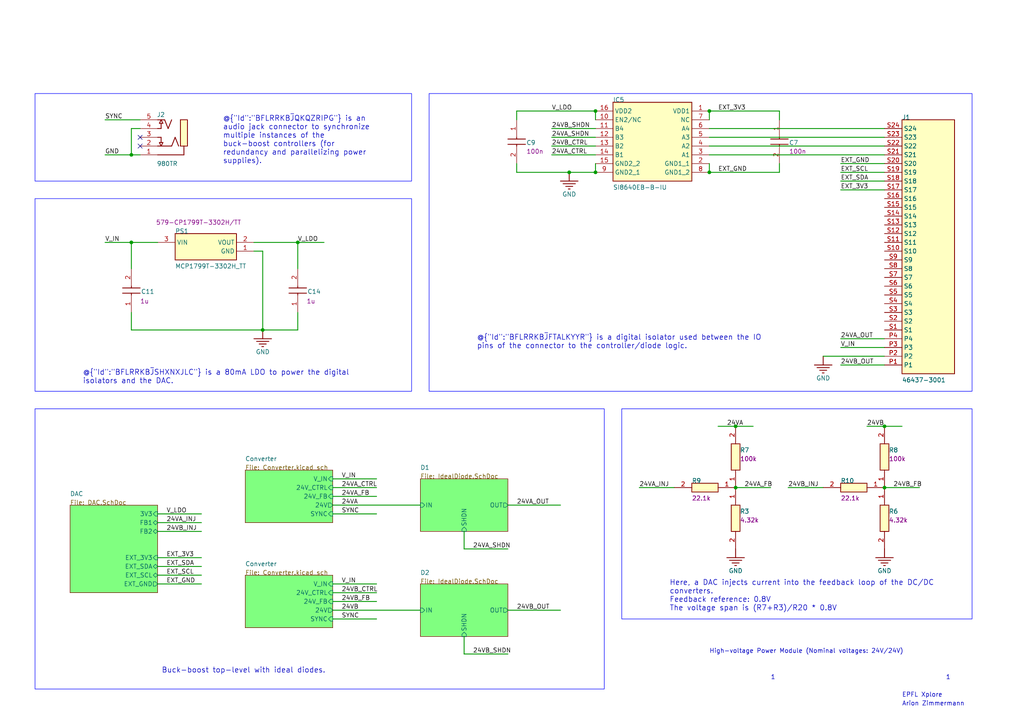
<source format=kicad_sch>
(kicad_sch (version 20230121) (generator eeschema)
  (paper "A4")
  (lib_symbols
    (symbol "Module-altium-import:GND_Style4" (power)
      (property "Reference" "#PWR" (at 0 0 0))
      (property "Value" "GND" (at 0 6.35 0))
      (symbol "GND_Style4_0_0"
        (polyline (pts (xy -2.54 -2.54) (xy 2.54 -2.54)) (stroke (width 0.254)))
        (polyline (pts (xy -1.778 -3.302) (xy 1.778 -3.302)) (stroke (width 0.254)))
        (polyline (pts (xy -1.016 -4.064) (xy 1.016 -4.064)) (stroke (width 0.254)))
        (polyline (pts (xy -0.254 -4.826) (xy 0.254 -4.826)) (stroke (width 0.254)))
        (polyline (pts (xy 0 0) (xy 0 -2.54)) (stroke (width 0.254)))
        (pin power_in line (at 0 0 0) (length 0) hide (name "GND") (number ""))
      )
    )
    (symbol "Module-altium-import:root_0_MCP1799T-3302H_TT"
      (symbol "root_0_MCP1799T-3302H_TT_1_0"
        (rectangle (start 22.86 2.54) (end 5.08 -5.08) (stroke (width 0.254)) (fill (type background)))
        (pin passive line (at 27.94 -2.54 180) (length 5.08) (name "GND") (number "1"))
        (pin passive line (at 27.94 0 180) (length 5.08) (name "VOUT") (number "2"))
        (pin passive line (at 0 0 0) (length 5.08) (name "VIN") (number "3"))
      )
    )
    (symbol "Module-altium-import:root_0_SI8640EB-B-IU"
      (symbol "root_0_SI8640EB-B-IU_1_0"
        (rectangle (start 27.94 2.54) (end 5.08 -20.32) (stroke (width 0.254)) (fill (type background)))
        (pin passive line (at 33.02 0 180) (length 5.08) (name "VDD1") (number "1"))
        (pin passive line (at 0 -2.54 0) (length 5.08) (name "EN2/NC") (number "10"))
        (pin passive line (at 0 -5.08 0) (length 5.08) (name "B4") (number "11"))
        (pin passive line (at 0 -7.62 0) (length 5.08) (name "B3") (number "12"))
        (pin passive line (at 0 -10.16 0) (length 5.08) (name "B2") (number "13"))
        (pin passive line (at 0 -12.7 0) (length 5.08) (name "B1") (number "14"))
        (pin passive line (at 0 -15.24 0) (length 5.08) (name "GND2_2") (number "15"))
        (pin passive line (at 0 0 0) (length 5.08) (name "VDD2") (number "16"))
        (pin passive line (at 33.02 -15.24 180) (length 5.08) (name "GND1_1") (number "2"))
        (pin passive line (at 33.02 -12.7 180) (length 5.08) (name "A1") (number "3"))
        (pin passive line (at 33.02 -10.16 180) (length 5.08) (name "A2") (number "4"))
        (pin passive line (at 33.02 -7.62 180) (length 5.08) (name "A3") (number "5"))
        (pin passive line (at 33.02 -5.08 180) (length 5.08) (name "A4") (number "6"))
        (pin passive line (at 33.02 -2.54 180) (length 5.08) (name "NC") (number "7"))
        (pin passive line (at 33.02 -17.78 180) (length 5.08) (name "GND1_2") (number "8"))
        (pin passive line (at 0 -17.78 0) (length 5.08) (name "GND2_1") (number "9"))
      )
    )
    (symbol "Module-altium-import:root_1_C1206C105K5RAC"
      (symbol "root_1_C1206C105K5RAC_1_0"
        (polyline (pts (xy -2.54 5.588) (xy 2.54 5.588)) (stroke (width 0.254)))
        (polyline (pts (xy -2.54 7.112) (xy 2.54 7.112)) (stroke (width 0.254)))
        (polyline (pts (xy 0 5.08) (xy 0 5.588)) (stroke (width 0.254)))
        (polyline (pts (xy 0 7.112) (xy 0 7.62)) (stroke (width 0.254)))
        (pin passive line (at 0 0 90) (length 5.08) (name "1") (number "1"))
        (pin passive line (at 0 12.7 270) (length 5.08) (name "2") (number "2"))
      )
    )
    (symbol "Module-altium-import:root_1_CRCW0603100KFKEAC"
      (symbol "root_1_CRCW0603100KFKEAC_1_0"
        (rectangle (start 1.27 12.7) (end -1.27 5.08) (stroke (width 0.254)) (fill (type background)))
        (pin passive line (at 0 0 90) (length 5.08) (name "1") (number "1"))
        (pin passive line (at 0 17.78 270) (length 5.08) (name "2") (number "2"))
      )
    )
    (symbol "Module-altium-import:root_2_46437-3001"
      (symbol "root_2_46437-3001_1_0"
        (rectangle (start -5.08 106.68) (end -20.32 33.02) (stroke (width 0.254)) (fill (type background)))
        (pin passive line (at -25.4 35.56 0) (length 5.08) (name "P1") (number "P1"))
        (pin passive line (at -25.4 38.1 0) (length 5.08) (name "P2") (number "P2"))
        (pin passive line (at -25.4 40.64 0) (length 5.08) (name "P3") (number "P3"))
        (pin passive line (at -25.4 43.18 0) (length 5.08) (name "P4") (number "P4"))
        (pin passive line (at -25.4 45.72 0) (length 5.08) (name "S1") (number "S1"))
        (pin passive line (at -25.4 68.58 0) (length 5.08) (name "S10") (number "S10"))
        (pin passive line (at -25.4 71.12 0) (length 5.08) (name "S11") (number "S11"))
        (pin passive line (at -25.4 73.66 0) (length 5.08) (name "S12") (number "S12"))
        (pin passive line (at -25.4 76.2 0) (length 5.08) (name "S13") (number "S13"))
        (pin passive line (at -25.4 78.74 0) (length 5.08) (name "S14") (number "S14"))
        (pin passive line (at -25.4 81.28 0) (length 5.08) (name "S15") (number "S15"))
        (pin passive line (at -25.4 83.82 0) (length 5.08) (name "S16") (number "S16"))
        (pin passive line (at -25.4 86.36 0) (length 5.08) (name "S17") (number "S17"))
        (pin passive line (at -25.4 88.9 0) (length 5.08) (name "S18") (number "S18"))
        (pin passive line (at -25.4 91.44 0) (length 5.08) (name "S19") (number "S19"))
        (pin passive line (at -25.4 48.26 0) (length 5.08) (name "S2") (number "S2"))
        (pin passive line (at -25.4 93.98 0) (length 5.08) (name "S20") (number "S20"))
        (pin passive line (at -25.4 96.52 0) (length 5.08) (name "S21") (number "S21"))
        (pin passive line (at -25.4 99.06 0) (length 5.08) (name "S22") (number "S22"))
        (pin passive line (at -25.4 101.6 0) (length 5.08) (name "S23") (number "S23"))
        (pin passive line (at -25.4 104.14 0) (length 5.08) (name "S24") (number "S24"))
        (pin passive line (at -25.4 50.8 0) (length 5.08) (name "S3") (number "S3"))
        (pin passive line (at -25.4 53.34 0) (length 5.08) (name "S4") (number "S4"))
        (pin passive line (at -25.4 55.88 0) (length 5.08) (name "S5") (number "S5"))
        (pin passive line (at -25.4 58.42 0) (length 5.08) (name "S6") (number "S6"))
        (pin passive line (at -25.4 60.96 0) (length 5.08) (name "S7") (number "S7"))
        (pin passive line (at -25.4 63.5 0) (length 5.08) (name "S8") (number "S8"))
        (pin passive line (at -25.4 66.04 0) (length 5.08) (name "S9") (number "S9"))
      )
    )
    (symbol "Module-altium-import:root_2_980TR"
      (symbol "root_2_980TR_1_0"
        (polyline (pts (xy 5.08 0) (xy 12.7 0)) (stroke (width 0.254)))
        (polyline (pts (xy 5.08 5.08) (xy 6.096 5.08)) (stroke (width 0.254)))
        (polyline (pts (xy 5.08 7.62) (xy 6.096 7.62)) (stroke (width 0.254)))
        (polyline (pts (xy 5.08 10.16) (xy 7.112 10.16)) (stroke (width 0.254)))
        (polyline (pts (xy 5.588 3.556) (xy 6.096 2.54)) (stroke (width 0.254)))
        (polyline (pts (xy 5.588 3.556) (xy 6.604 3.556)) (stroke (width 0.254)))
        (polyline (pts (xy 6.096 2.54) (xy 6.604 3.556)) (stroke (width 0.254)))
        (polyline (pts (xy 6.096 3.556) (xy 6.096 5.08)) (stroke (width 0.254)))
        (polyline (pts (xy 6.096 9.144) (xy 6.096 7.62)) (stroke (width 0.254)))
        (polyline (pts (xy 6.096 10.16) (xy 5.588 9.144)) (stroke (width 0.254)))
        (polyline (pts (xy 6.096 10.16) (xy 6.604 9.144)) (stroke (width 0.254)))
        (polyline (pts (xy 6.604 9.144) (xy 5.588 9.144)) (stroke (width 0.254)))
        (polyline (pts (xy 8.128 7.62) (xy 7.112 10.16)) (stroke (width 0.254)))
        (polyline (pts (xy 8.128 7.62) (xy 9.144 10.16)) (stroke (width 0.254)))
        (polyline (pts (xy 9.144 2.54) (xy 5.08 2.54)) (stroke (width 0.254)))
        (polyline (pts (xy 9.144 2.54) (xy 10.16 5.08)) (stroke (width 0.254)))
        (polyline (pts (xy 11.176 2.54) (xy 10.16 5.08)) (stroke (width 0.254)))
        (polyline (pts (xy 12.7 2.54) (xy 12.7 0)) (stroke (width 0.254)))
        (rectangle (start 13.716 10.16) (end 11.684 2.54) (stroke (width 0.254)) (fill (type background)))
        (pin passive line (at 0 0 0) (length 5.08) (name "1") (number "1"))
        (pin passive line (at 0 2.54 0) (length 5.08) (name "2") (number "2"))
        (pin passive line (at 0 5.08 0) (length 5.08) (name "3") (number "3"))
        (pin passive line (at 0 7.62 0) (length 5.08) (name "4") (number "4"))
        (pin passive line (at 0 10.16 0) (length 5.08) (name "5") (number "5"))
      )
    )
    (symbol "Module-altium-import:root_2_CRCW06037K50FKEB"
      (symbol "root_2_CRCW06037K50FKEB_1_0"
        (rectangle (start -5.08 1.27) (end -12.7 -1.27) (stroke (width 0.254)) (fill (type background)))
        (pin passive line (at 0 0 180) (length 5.08) (name "1") (number "1"))
        (pin passive line (at -17.78 0 0) (length 5.08) (name "2") (number "2"))
      )
    )
    (symbol "Module-altium-import:root_3_C0603C104K5RACTU"
      (symbol "root_3_C0603C104K5RACTU_1_0"
        (polyline (pts (xy 0 -7.112) (xy 0 -7.62)) (stroke (width 0.254)))
        (polyline (pts (xy 0 -5.08) (xy 0 -5.588)) (stroke (width 0.254)))
        (polyline (pts (xy 2.54 -7.112) (xy -2.54 -7.112)) (stroke (width 0.254)))
        (polyline (pts (xy 2.54 -5.588) (xy -2.54 -5.588)) (stroke (width 0.254)))
        (pin passive line (at 0 0 270) (length 5.08) (name "1") (number "1"))
        (pin passive line (at 0 -12.7 90) (length 5.08) (name "2") (number "2"))
      )
    )
    (symbol "Module-altium-import:root_3_CRCW06034K32FKEA"
      (symbol "root_3_CRCW06034K32FKEA_1_0"
        (rectangle (start 1.27 -5.08) (end -1.27 -12.7) (stroke (width 0.254)) (fill (type background)))
        (pin passive line (at 0 0 270) (length 5.08) (name "1") (number "1"))
        (pin passive line (at 0 -17.78 90) (length 5.08) (name "2") (number "2"))
      )
    )
  )
  (junction (at 205.74 32.2072))
  (junction (at 165.1 49.9872))
  (junction (at 76.2 95.7072))
  (junction (at 86.36 70.3072))
  (junction (at 213.36 141.4272))
  (junction (at 256.54 141.4272))
  (junction (at 205.74 49.9872))
  (junction (at 38.1 44.9072))
  (junction (at 38.1 70.3072))
  (junction (at 256.54 123.6472))
  (junction (at 172.72 32.2072))
  (junction (at 213.36 123.6472))
  (junction (at 172.72 49.9872))
  (no_connect (at 40.64 39.8272))
  (no_connect (at 40.64 42.3672))
  (wire (pts (xy 38.1 37.2872) (xy 38.1 44.9072)) (stroke (width 0.254)))
  (wire (pts (xy 256.54 123.6472) (xy 261.62 123.6472)) (stroke (width 0.254)))
  (wire (pts (xy 243.84 98.2472) (xy 256.54 98.2472)) (stroke (width 0.254)))
  (wire (pts (xy 228.6 141.4272) (xy 238.76 141.4272)) (stroke (width 0.254)))
  (wire (pts (xy 256.54 100.7872) (xy 243.84 100.7872)) (stroke (width 0.254)))
  (wire (pts (xy 160.02 44.9072) (xy 172.72 44.9072)) (stroke (width 0.254)))
  (wire (pts (xy 76.2 95.7072) (xy 86.36 95.7072)) (stroke (width 0.254)))
  (wire (pts (xy 86.36 70.3072) (xy 73.66 70.3072)) (stroke (width 0.254)))
  (wire (pts (xy 256.54 42.3672) (xy 205.74 42.3672)) (stroke (width 0.254)))
  (wire (pts (xy 58.42 169.3672) (xy 45.72 169.3672)) (stroke (width 0.254)))
  (wire (pts (xy 205.74 32.2072) (xy 226.06 32.2072)) (stroke (width 0.254)))
  (wire (pts (xy 86.36 70.3072) (xy 93.98 70.3072)) (stroke (width 0.254)))
  (wire (pts (xy 205.74 47.4472) (xy 205.74 49.9872)) (stroke (width 0.254)))
  (wire (pts (xy 38.1 44.9072) (xy 40.64 44.9072)) (stroke (width 0.254)))
  (wire (pts (xy 172.72 49.9872) (xy 165.1 49.9872)) (stroke (width 0.254)))
  (wire (pts (xy 45.72 161.7472) (xy 58.42 161.7472)) (stroke (width 0.254)))
  (wire (pts (xy 96.52 141.4272) (xy 109.22 141.4272)) (stroke (width 0.254)))
  (wire (pts (xy 76.2 72.8472) (xy 73.66 72.8472)) (stroke (width 0.254)))
  (wire (pts (xy 149.86 49.9872) (xy 165.1 49.9872)) (stroke (width 0.254)))
  (wire (pts (xy 266.7 141.4272) (xy 256.54 141.4272)) (stroke (width 0.254)))
  (wire (pts (xy 109.22 179.5272) (xy 96.52 179.5272)) (stroke (width 0.254)))
  (wire (pts (xy 162.56 146.5072) (xy 147.32 146.5072)) (stroke (width 0.254)))
  (wire (pts (xy 251.46 123.6472) (xy 256.54 123.6472)) (stroke (width 0.254)))
  (wire (pts (xy 109.22 143.9672) (xy 96.52 143.9672)) (stroke (width 0.254)))
  (wire (pts (xy 256.54 47.4472) (xy 243.84 47.4472)) (stroke (width 0.254)))
  (wire (pts (xy 172.72 32.2072) (xy 149.86 32.2072)) (stroke (width 0.254)))
  (wire (pts (xy 226.06 49.9872) (xy 226.06 47.4472)) (stroke (width 0.254)))
  (wire (pts (xy 134.62 159.2072) (xy 147.32 159.2072)) (stroke (width 0.254)))
  (wire (pts (xy 40.64 37.2872) (xy 38.1 37.2872)) (stroke (width 0.254)))
  (wire (pts (xy 38.1 95.7072) (xy 76.2 95.7072)) (stroke (width 0.254)))
  (wire (pts (xy 213.36 123.6472) (xy 218.44 123.6472)) (stroke (width 0.254)))
  (wire (pts (xy 96.52 176.9872) (xy 121.92 176.9872)) (stroke (width 0.254)))
  (wire (pts (xy 149.86 32.2072) (xy 149.86 34.7472)) (stroke (width 0.254)))
  (wire (pts (xy 256.54 39.8272) (xy 205.74 39.8272)) (stroke (width 0.254)))
  (wire (pts (xy 40.64 34.7472) (xy 30.48 34.7472)) (stroke (width 0.254)))
  (wire (pts (xy 208.28 123.6472) (xy 213.36 123.6472)) (stroke (width 0.254)))
  (wire (pts (xy 256.54 52.5272) (xy 243.84 52.5272)) (stroke (width 0.254)))
  (wire (pts (xy 38.1 77.9272) (xy 38.1 70.3072)) (stroke (width 0.254)))
  (wire (pts (xy 58.42 166.8272) (xy 45.72 166.8272)) (stroke (width 0.254)))
  (wire (pts (xy 30.48 70.3072) (xy 38.1 70.3072)) (stroke (width 0.254)))
  (wire (pts (xy 172.72 47.4472) (xy 172.72 49.9872)) (stroke (width 0.254)))
  (wire (pts (xy 96.52 149.0472) (xy 109.22 149.0472)) (stroke (width 0.254)))
  (wire (pts (xy 256.54 37.2872) (xy 205.74 37.2872)) (stroke (width 0.254)))
  (wire (pts (xy 96.52 146.5072) (xy 121.92 146.5072)) (stroke (width 0.254)))
  (wire (pts (xy 256.54 103.3272) (xy 238.76 103.3272)) (stroke (width 0.254)))
  (wire (pts (xy 160.02 39.8272) (xy 172.72 39.8272)) (stroke (width 0.254)))
  (wire (pts (xy 38.1 70.3072) (xy 45.72 70.3072)) (stroke (width 0.254)))
  (wire (pts (xy 149.86 47.4472) (xy 149.86 49.9872)) (stroke (width 0.254)))
  (wire (pts (xy 205.74 49.9872) (xy 226.06 49.9872)) (stroke (width 0.254)))
  (wire (pts (xy 162.56 176.9872) (xy 147.32 176.9872)) (stroke (width 0.254)))
  (wire (pts (xy 185.42 141.4272) (xy 195.58 141.4272)) (stroke (width 0.254)))
  (wire (pts (xy 205.74 34.7472) (xy 205.74 32.2072)) (stroke (width 0.254)))
  (wire (pts (xy 96.52 171.9072) (xy 109.22 171.9072)) (stroke (width 0.254)))
  (wire (pts (xy 38.1 44.9072) (xy 30.48 44.9072)) (stroke (width 0.254)))
  (wire (pts (xy 256.54 44.9072) (xy 205.74 44.9072)) (stroke (width 0.254)))
  (wire (pts (xy 86.36 95.7072) (xy 86.36 90.6272)) (stroke (width 0.254)))
  (wire (pts (xy 243.84 55.0672) (xy 256.54 55.0672)) (stroke (width 0.254)))
  (wire (pts (xy 76.2 95.7072) (xy 76.2 72.8472)) (stroke (width 0.254)))
  (wire (pts (xy 160.02 37.2872) (xy 172.72 37.2872)) (stroke (width 0.254)))
  (wire (pts (xy 226.06 32.2072) (xy 226.06 34.7472)) (stroke (width 0.254)))
  (wire (pts (xy 256.54 105.8672) (xy 243.84 105.8672)) (stroke (width 0.254)))
  (wire (pts (xy 134.62 154.1272) (xy 134.62 159.2072)) (stroke (width 0.254)))
  (wire (pts (xy 134.62 189.6872) (xy 134.62 184.6072)) (stroke (width 0.254)))
  (wire (pts (xy 58.42 149.0472) (xy 45.72 149.0472)) (stroke (width 0.254)))
  (wire (pts (xy 38.1 90.6272) (xy 38.1 95.7072)) (stroke (width 0.254)))
  (wire (pts (xy 213.36 141.4272) (xy 223.52 141.4272)) (stroke (width 0.254)))
  (wire (pts (xy 58.42 164.2872) (xy 45.72 164.2872)) (stroke (width 0.254)))
  (wire (pts (xy 160.02 42.3672) (xy 172.72 42.3672)) (stroke (width 0.254)))
  (wire (pts (xy 45.72 151.5872) (xy 58.42 151.5872)) (stroke (width 0.254)))
  (wire (pts (xy 243.84 49.9872) (xy 256.54 49.9872)) (stroke (width 0.254)))
  (wire (pts (xy 109.22 169.3672) (xy 96.52 169.3672)) (stroke (width 0.254)))
  (wire (pts (xy 45.72 154.1272) (xy 58.42 154.1272)) (stroke (width 0.254)))
  (wire (pts (xy 172.72 34.7472) (xy 172.72 32.2072)) (stroke (width 0.254)))
  (wire (pts (xy 109.22 138.8872) (xy 96.52 138.8872)) (stroke (width 0.254)))
  (wire (pts (xy 86.36 77.9272) (xy 86.36 70.3072)) (stroke (width 0.254)))
  (wire (pts (xy 109.22 174.4472) (xy 96.52 174.4472)) (stroke (width 0.254)))
  (wire (pts (xy 147.32 189.6872) (xy 134.62 189.6872)) (stroke (width 0.254)))
  (rectangle (start 175.26 118.5672) (end 10.16 199.8472) (stroke (width 0) (color 0 0 255 1)))
  (rectangle (start 281.94 27.1272) (end 124.46 113.4872) (stroke (width 0) (color 0 0 255 1)))
  (rectangle (start 119.38 57.6072) (end 10.16 113.4872) (stroke (width 0) (color 0 0 255 1)))
  (rectangle (start 281.94 118.5672) (end 180.34 179.5272) (stroke (width 0) (color 0 0 255 1)))
  (rectangle (start 119.38 27.1272) (end 10.16 52.5272) (stroke (width 0) (color 0 0 255 1)))
  (text_box "@{\"Id\":\"BFLRRKB~{J}SHXNXJLC\"} is a 80mA LDO to power the digital isolators and the DAC." (at 109.22 105.8672 0) (size -86.36 7.62) (stroke (width -0.0001) (color 0 0 0 1)) (effects (font (size 1.524 1.524)) (justify left top)))
  (text_box "@{\"Id\":\"BFLRRKB~{J}QKQZRIPG\"} is an audio jack connector to synchronize multiple instances of the buck-boost controllers (for redundancy and parallelizing power supplies)." (at 109.22 32.2072 0) (size -45.72 22.86) (stroke (width -0.0001) (color 0 0 0 1)) (effects (font (size 1.524 1.524)) (justify left top)))
  (text_box "Buck-boost top-level with ideal diodes." (at 132.08 192.2272 0) (size -86.36 7.62) (stroke (width -0.0001) (color 0 0 0 1)) (effects (font (size 1.524 1.524)) (justify left top)))
  (text_box "@{\"Id\":\"BFLRRKB~{J}FTALKYYR\"} is a digital isolator used between the IO pins of the connector to the controller/diode logic." (at 223.52 95.7072 0) (size -86.36 10.16) (stroke (width -0.0001) (color 0 0 0 1)) (effects (font (size 1.524 1.524)) (justify left top)))
  (text_box "Here, a DAC injects current into the feedback loop of the DC/DC converters.\nFeedback reference: 0.8V\nThe voltage span is (R7+R3)/R20 * 0.8V" (at 279.4 166.8272 0) (size -86.36 12.7) (stroke (width -0.0001) (color 0 0 0 1)) (effects (font (size 1.524 1.524)) (justify left top)))
  (text "1" (at 274.32 197.3072 0) (effects (font (size 1.27 1.27)) (justify left bottom)))
  (text "1" (at 223.52 197.3072 0) (effects (font (size 1.27 1.27)) (justify left bottom)))
  (text "EPFL Xplore" (at 261.62 202.3872 0) (effects (font (size 1.27 1.27)) (justify left bottom)))
  (text "High-voltage Power Module (Nominal voltages: 24V/24V)" (at 205.74 189.6872 0) (effects (font (size 1.27 1.27)) (justify left bottom)))
  (text "Arion Zimmermann" (at 261.62 204.9272 0) (effects (font (size 1.27 1.27)) (justify left bottom)))
  (label "EXT_3V3" (at 208.28 32.2072 180))
  (label "24VB_SHDN" (at 160.02 37.2872 180))
  (label "EXT_SCL" (at 243.84 49.9872 180))
  (label "24VA" (at 210.82 123.6472 180))
  (label "EXT_3V3" (at 48.26 161.7472 180))
  (label "24VA_OUT" (at 243.84 98.2472 180))
  (label "24VA_FB" (at 99.06 143.9672 180))
  (label "24VB_CTRL" (at 99.06 171.9072 180))
  (label "SYNC" (at 30.48 34.7472 180))
  (label "24VA_INJ" (at 48.26 151.5872 180))
  (label "24VB_OUT" (at 149.86 176.9872 180))
  (label "24VB" (at 99.06 176.9872 180))
  (label "24VB_CTRL" (at 160.02 42.3672 180))
  (label "EXT_GND" (at 48.26 169.3672 180))
  (label "24VA_SHDN" (at 160.02 39.8272 180))
  (label "24VB_INJ" (at 48.26 154.1272 180))
  (label "24VB_SHDN" (at 137.16 189.6872 180))
  (label "24VB" (at 251.46 123.6472 180))
  (label "V_LDO" (at 86.36 70.3072 180))
  (label "24VA_SHDN" (at 137.16 159.2072 180))
  (label "EXT_SCL" (at 48.26 166.8272 180))
  (label "24VB_INJ" (at 228.6 141.4272 180))
  (label "SYNC" (at 99.06 149.0472 180))
  (label "V_IN" (at 30.48 70.3072 180))
  (label "EXT_GND" (at 208.28 49.9872 180))
  (label "GND" (at 30.48 44.9072 180))
  (label "EXT_GND" (at 243.84 47.4472 180))
  (label "24VA_FB" (at 215.9 141.4272 180))
  (label "SYNC" (at 99.06 179.5272 180))
  (label "EXT_SDA" (at 48.26 164.2872 180))
  (label "V_IN" (at 243.84 100.7872 180))
  (label "24VA_INJ" (at 185.42 141.4272 180))
  (label "V_LDO" (at 48.26 149.0472 180))
  (label "24VB_OUT" (at 243.84 105.8672 180))
  (label "V_IN" (at 99.06 138.8872 180))
  (label "EXT_3V3" (at 243.84 55.0672 180))
  (label "24VB_FB" (at 99.06 174.4472 180))
  (label "24VA_OUT" (at 149.86 146.5072 180))
  (label "EXT_SDA" (at 243.84 52.5272 180))
  (label "24VA_CTRL" (at 99.06 141.4272 180))
  (label "24VA_CTRL" (at 160.02 44.9072 180))
  (label "V_LDO" (at 160.02 32.2072 180))
  (label "24VA" (at 99.06 146.5072 180))
  (label "24VB_FB" (at 259.08 141.4272 180))
  (label "V_IN" (at 99.06 169.3672 180))
  (symbol (lib_id "Module-altium-import:root_0_MCP1799T-3302H_TT") (at 45.72 70.3072 0) (unit 1)
    (property "Reference" "PS1" (at 50.8 67.7672 0) (effects (justify left bottom)))
    (property "Value" "MCP1799T-3302H_TT" (at 50.8 77.9272 0) (effects (justify left bottom)))
    (property "Footprint" "SOT95P237X112-3N" (effects hide))
    (property "DATASHEET LINK" "https://ms.componentsearchengine.com/Datasheets/1/MCP1799T-3302H_TT.pdf" (effects hide))
    (property "HEIGHT" "1.12mm" (effects hide))
    (property "MANUFACTURER_NAME" "Microchip" (effects hide))
    (property "MANUFACTURER_PART_NUMBER" "MCP1799T-3302H/TT" (effects hide))
    (property "MOUSER PART NUMBER" "579-CP1799T-3302H/TT" (effects hide))
    (property "MOUSER PRICE/STOCK" "https://www.mouser.co.uk/ProductDetail/Microchip-Technology-Atmel/MCP1799T-3302H-TT?qs=BJlw7L4Cy78EAGTR6Iuibw%3D%3D" (effects hide))
    (property "ARROW PART NUMBER" "MCP1799T-3302H/TT" (effects hide))
    (property "ARROW PRICE/STOCK" "https://www.arrow.com/en/products/mcp1799t-3302htt/microchip-technology?region=nac" (effects hide))
    (property "SUPPLIER 1" "Mouser" (effects hide))
    (property "SUPPLIER PART NUMBER 1" "579-CP1799T-3302H/TT" (at 45.212 65.2272 0) (effects (justify left bottom)))
  )
  (symbol (lib_id "Module-altium-import:root_1_CRCW0603100KFKEAC") (at 256.54 141.4272 0) (unit 1)
    (property "Reference" "R8" (at 257.81 131.2672 0) (effects (justify left bottom)))
    (property "Value" "CRCW0603100KJNEAC" (effects hide))
    (property "Footprint" "RESC1608X55N" (effects hide))
    (property "DATASHEET LINK" "https://www.mouser.com/datasheet/2/427/crcwce3-1223726.pdf" (effects hide))
    (property "HEIGHT" "0.55mm" (effects hide))
    (property "MANUFACTURER_NAME" "Vishay" (effects hide))
    (property "MANUFACTURER_PART_NUMBER" "CRCW0603100KFKEAC" (effects hide))
    (property "MOUSER PART NUMBER" "71-CRCW0603100KFKEAC" (effects hide))
    (property "MOUSER PRICE/STOCK" "https://www.mouser.co.uk/ProductDetail/Vishay-Dale/CRCW0603100KFKEAC?qs=E3Y5ESvWgWPxzfNYyMgX1w%3D%3D" (effects hide))
    (property "ARROW PART NUMBER" "CRCW0603100KFKEAC" (effects hide))
    (property "ARROW PRICE/STOCK" "https://www.arrow.com/en/products/crcw0603100kfkeac/vishay" (effects hide))
    (property "ALTIUM_VALUE" "100k" (at 257.81 133.8072 0) (effects (justify left bottom)))
    (property "SUPPLIER 1" "Mouser" (effects hide))
    (property "SUPPLIER PART NUMBER 1" "71-CRCW0603100KJNEAC" (effects hide))
  )
  (symbol (lib_id "Module-altium-import:GND_Style4") (at 165.1 49.9872 0) (unit 1)
    (property "Reference" "#PWR?" (effects hide))
    (property "Value" "GND" (at 165.1 56.3372 0))
  )
  (symbol (lib_id "Module-altium-import:root_0_SI8640EB-B-IU") (at 172.72 32.2072 0) (unit 1)
    (property "Reference" "IC5" (at 177.8 29.6672 0) (effects (justify left bottom)))
    (property "Value" "SI8640EB-B-IU" (at 177.8 55.0672 0) (effects (justify left bottom)))
    (property "Footprint" "C__Users_Arion_Documents_AltiumLL_SamacSys.PcbLib:SOP64P600X175-16N" (effects hide))
    (property "DATASHEET LINK" "https://www.mouser.in/datasheet/2/472/si864x_datasheet-2507790.pdf" (effects hide))
    (property "HEIGHT" "1.75mm" (effects hide))
    (property "MANUFACTURER_NAME" "Skyworks" (effects hide))
    (property "MANUFACTURER_PART_NUMBER" "SI8640EB-B-IU" (effects hide))
    (property "MOUSER PART NUMBER" "634-SI8640EB-B-IU" (effects hide))
    (property "MOUSER PRICE/STOCK" "https://www.mouser.co.uk/ProductDetail/Skyworks-Solutions-Inc/SI8640EB-B-IU?qs=1mbolxNpo8djAX8%252BwHCeQQ%3D%3D" (effects hide))
  )
  (symbol (lib_id "Module-altium-import:GND_Style4") (at 238.76 103.3272 0) (unit 1)
    (property "Reference" "#PWR?" (effects hide))
    (property "Value" "GND" (at 238.76 109.6772 0))
  )
  (symbol (lib_id "Module-altium-import:GND_Style4") (at 213.36 159.2072 0) (unit 1)
    (property "Reference" "#PWR?" (effects hide))
    (property "Value" "GND" (at 213.36 165.5572 0))
  )
  (symbol (lib_id "Module-altium-import:root_1_C1206C105K5RAC") (at 86.36 90.6272 0) (unit 1)
    (property "Reference" "C14" (at 89.154 85.2932 0) (effects (justify left bottom)))
    (property "Value" "C1206C105K5RAC" (effects hide))
    (property "Footprint" "CAPC3216X110N" (effects hide))
    (property "DATASHEET LINK" "https://www.kemet.com/specsheet/C1206C105K5RACTU" (effects hide))
    (property "HEIGHT" "1.1mm" (effects hide))
    (property "MANUFACTURER_NAME" "KEMET" (effects hide))
    (property "MANUFACTURER_PART_NUMBER" "C1206C105K5RAC" (effects hide))
    (property "MOUSER PART NUMBER" "80-C1206C105K5RAC" (effects hide))
    (property "MOUSER PRICE/STOCK" "https://www.mouser.co.uk/ProductDetail/KEMET/C1206C105K5RAC?qs=NTAB53G5bVDYFBtoIe7UwQ%3D%3D" (effects hide))
    (property "ARROW PART NUMBER" "C1206C105K5RAC" (effects hide))
    (property "ARROW PRICE/STOCK" "https://www.arrow.com/en/products/c1206c105k5rac/kemet-corporation" (effects hide))
    (property "ALTIUM_VALUE" "1u" (at 88.9 88.0872 0) (effects (justify left bottom)))
  )
  (symbol (lib_id "Module-altium-import:root_2_CRCW06037K50FKEB") (at 213.36 141.4272 0) (unit 1)
    (property "Reference" "R9" (at 200.66 140.1572 0) (effects (justify left bottom)))
    (property "Value" "CRCW060322K1FKEB" (effects hide))
    (property "Footprint" "RESC1608X50N" (effects hide))
    (property "DATASHEET LINK" "http://www.vishay.com/docs/20035/dcrcwe3.pdf" (effects hide))
    (property "HEIGHT" "0.5mm" (effects hide))
    (property "MANUFACTURER_NAME" "Vishay" (effects hide))
    (property "MANUFACTURER_PART_NUMBER" "CRCW06037K50FKEB" (effects hide))
    (property "MOUSER PART NUMBER" "71-CRCW06037K50FKEB" (effects hide))
    (property "MOUSER PRICE/STOCK" "https://www.mouser.co.uk/ProductDetail/Vishay-Dale/CRCW06037K50FKEB?qs=2ihuRUavkaTvW2vO4EimMQ%3D%3D" (effects hide))
    (property "ALTIUM_VALUE" "22.1k" (at 200.66 145.2372 0) (effects (justify left bottom)))
    (property "SUPPLIER 1" "Mouser" (effects hide))
    (property "SUPPLIER PART NUMBER 1" "71-CRCW060322K1FKEB" (effects hide))
  )
  (symbol (lib_id "Module-altium-import:root_2_CRCW06037K50FKEB") (at 256.54 141.4272 0) (unit 1)
    (property "Reference" "R10" (at 243.84 140.1572 0) (effects (justify left bottom)))
    (property "Value" "CRCW060322K1FKEB" (effects hide))
    (property "Footprint" "RESC1608X50N" (effects hide))
    (property "DATASHEET LINK" "http://www.vishay.com/docs/20035/dcrcwe3.pdf" (effects hide))
    (property "HEIGHT" "0.5mm" (effects hide))
    (property "MANUFACTURER_NAME" "Vishay" (effects hide))
    (property "MANUFACTURER_PART_NUMBER" "CRCW06037K50FKEB" (effects hide))
    (property "MOUSER PART NUMBER" "71-CRCW06037K50FKEB" (effects hide))
    (property "MOUSER PRICE/STOCK" "https://www.mouser.co.uk/ProductDetail/Vishay-Dale/CRCW06037K50FKEB?qs=2ihuRUavkaTvW2vO4EimMQ%3D%3D" (effects hide))
    (property "ALTIUM_VALUE" "22.1k" (at 243.84 145.2372 0) (effects (justify left bottom)))
    (property "SUPPLIER 1" "Mouser" (effects hide))
    (property "SUPPLIER PART NUMBER 1" "71-CRCW060322K1FKEB" (effects hide))
  )
  (symbol (lib_id "Module-altium-import:GND_Style4") (at 256.54 159.2072 0) (unit 1)
    (property "Reference" "#PWR?" (effects hide))
    (property "Value" "GND" (at 256.54 165.5572 0))
  )
  (symbol (lib_id "Module-altium-import:GND_Style4") (at 76.2 95.7072 0) (unit 1)
    (property "Reference" "#PWR?" (effects hide))
    (property "Value" "GND" (at 76.2 102.0572 0))
  )
  (symbol (lib_id "Module-altium-import:root_3_CRCW06034K32FKEA") (at 213.36 141.4272 0) (unit 1)
    (property "Reference" "R3" (at 214.63 149.0472 0) (effects (justify left bottom)))
    (property "Value" "CRCW06034K32FKEA" (effects hide))
    (property "Footprint" "RESC1608X50N" (effects hide))
    (property "DATASHEET LINK" "http://www.vishay.com/docs/20035/dcrcwe3.pdf" (effects hide))
    (property "HEIGHT" "0.5mm" (effects hide))
    (property "MANUFACTURER_NAME" "Vishay" (effects hide))
    (property "MANUFACTURER_PART_NUMBER" "CRCW06034K32FKEA" (effects hide))
    (property "MOUSER PART NUMBER" "71-CRCW0603-4.32K-E3" (effects hide))
    (property "MOUSER PRICE/STOCK" "https://www.mouser.com/Search/Refine.aspx?Keyword=71-CRCW0603-4.32K-E3" (effects hide))
    (property "ARROW PART NUMBER" "CRCW06034K32FKEA" (effects hide))
    (property "ARROW PRICE/STOCK" "https://www.arrow.com/en/products/crcw06034k32fkea/vishay" (effects hide))
    (property "SUPPLIER 1" "Mouser" (effects hide))
    (property "SUPPLIER PART NUMBER 1" "71-CRCW0603-4.32K-E3" (effects hide))
    (property "ALTIUM_VALUE" "4.32k" (at 214.63 151.5872 0) (effects (justify left bottom)))
  )
  (symbol (lib_id "Module-altium-import:root_3_C0603C104K5RACTU") (at 226.06 34.7472 0) (unit 1)
    (property "Reference" "C7" (at 228.854 42.1132 0) (effects (justify left bottom)))
    (property "Value" "C0603C104K5RACTU" (effects hide))
    (property "Footprint" "CAPC1608X95N" (effects hide))
    (property "DATASHEET LINK" "http://www.farnell.com/datasheets/2205446.pdf" (effects hide))
    (property "HEIGHT" "0.95mm" (effects hide))
    (property "MANUFACTURER_NAME" "Kemet" (effects hide))
    (property "MANUFACTURER_PART_NUMBER" "C0603C104K5RACTU" (effects hide))
    (property "MOUSER PART NUMBER" "80-C0603C104K5R" (effects hide))
    (property "MOUSER PRICE/STOCK" "https://www.mouser.co.uk/ProductDetail/KEMET/C0603C104K5RACTU?qs=l5k%252BbMnNDkkVcnZPSAaaiQ%3D%3D" (effects hide))
    (property "ARROW PART NUMBER" "C0603C104K5RACTU" (effects hide))
    (property "ARROW PRICE/STOCK" "https://www.arrow.com/en/products/c0603c104k5ractu/kemet-corporation" (effects hide))
    (property "ALTIUM_VALUE" "100n" (at 228.854 44.6532 0) (effects (justify left bottom)))
    (property "SUPPLIER 1" "Mouser" (effects hide))
    (property "SUPPLIER PART NUMBER 1" "80-C0603C104K5R" (effects hide))
  )
  (symbol (lib_id "Module-altium-import:root_1_CRCW0603100KFKEAC") (at 213.36 141.4272 0) (unit 1)
    (property "Reference" "R7" (at 214.63 131.2672 0) (effects (justify left bottom)))
    (property "Value" "CRCW0603100KJNEAC" (effects hide))
    (property "Footprint" "RESC1608X55N" (effects hide))
    (property "DATASHEET LINK" "https://www.mouser.com/datasheet/2/427/crcwce3-1223726.pdf" (effects hide))
    (property "HEIGHT" "0.55mm" (effects hide))
    (property "MANUFACTURER_NAME" "Vishay" (effects hide))
    (property "MANUFACTURER_PART_NUMBER" "CRCW0603100KFKEAC" (effects hide))
    (property "MOUSER PART NUMBER" "71-CRCW0603100KFKEAC" (effects hide))
    (property "MOUSER PRICE/STOCK" "https://www.mouser.co.uk/ProductDetail/Vishay-Dale/CRCW0603100KFKEAC?qs=E3Y5ESvWgWPxzfNYyMgX1w%3D%3D" (effects hide))
    (property "ARROW PART NUMBER" "CRCW0603100KFKEAC" (effects hide))
    (property "ARROW PRICE/STOCK" "https://www.arrow.com/en/products/crcw0603100kfkeac/vishay" (effects hide))
    (property "ALTIUM_VALUE" "100k" (at 214.63 133.8072 0) (effects (justify left bottom)))
    (property "SUPPLIER 1" "Mouser" (effects hide))
    (property "SUPPLIER PART NUMBER 1" "71-CRCW0603100KJNEAC" (effects hide))
  )
  (symbol (lib_id "Module-altium-import:root_2_980TR") (at 40.64 44.9072 0) (unit 1)
    (property "Reference" "J2" (at 45.466 33.9852 0) (effects (justify left bottom)))
    (property "Value" "980TR" (at 45.466 48.2092 0) (effects (justify left bottom)))
    (property "Footprint" "C__Users_Arion_Documents_AltiumLL_SamacSys.PcbLib:980TR" (effects hide))
    (property "DATASHEET LINK" "https://www.keyelco.com/product.cfm/product_id/2402" (effects hide))
    (property "HEIGHT" "4.14mm" (effects hide))
    (property "MANUFACTURER_NAME" "Keystone Electronics" (effects hide))
    (property "MANUFACTURER_PART_NUMBER" "980TR" (effects hide))
    (property "MOUSER PART NUMBER" "534-980" (effects hide))
    (property "MOUSER PRICE/STOCK" "https://www.mouser.co.uk/ProductDetail/Keystone-Electronics/980TR?qs=sOYabIlKNmdpbsH5J2zkLQ%3D%3D" (effects hide))
  )
  (symbol (lib_id "Module-altium-import:root_1_C1206C105K5RAC") (at 38.1 90.6272 0) (unit 1)
    (property "Reference" "C11" (at 40.894 85.2932 0) (effects (justify left bottom)))
    (property "Value" "C1206C105K5RAC" (effects hide))
    (property "Footprint" "CAPC3216X110N" (effects hide))
    (property "DATASHEET LINK" "https://www.kemet.com/specsheet/C1206C105K5RACTU" (effects hide))
    (property "HEIGHT" "1.1mm" (effects hide))
    (property "MANUFACTURER_NAME" "KEMET" (effects hide))
    (property "MANUFACTURER_PART_NUMBER" "C1206C105K5RAC" (effects hide))
    (property "MOUSER PART NUMBER" "80-C1206C105K5RAC" (effects hide))
    (property "MOUSER PRICE/STOCK" "https://www.mouser.co.uk/ProductDetail/KEMET/C1206C105K5RAC?qs=NTAB53G5bVDYFBtoIe7UwQ%3D%3D" (effects hide))
    (property "ARROW PART NUMBER" "C1206C105K5RAC" (effects hide))
    (property "ARROW PRICE/STOCK" "https://www.arrow.com/en/products/c1206c105k5rac/kemet-corporation" (effects hide))
    (property "ALTIUM_VALUE" "1u" (at 40.64 88.0872 0) (effects (justify left bottom)))
  )
  (symbol (lib_id "Module-altium-import:root_2_46437-3001") (at 281.94 141.4272 0) (unit 1)
    (property "Reference" "J1" (at 261.62 34.7472 0) (effects (justify left bottom)))
    (property "Value" "46437-3001" (at 261.62 110.9472 0) (effects (justify left bottom)))
    (property "Footprint" "464373001" (effects hide))
    (property "DATASHEET LINK" "https://componentsearchengine.com/Datasheets/1/46437-3007.pdf" (effects hide))
    (property "HEIGHT" "10mm" (effects hide))
    (property "MANUFACTURER_NAME" "Molex" (effects hide))
    (property "MANUFACTURER_PART_NUMBER" "46437-3001" (effects hide))
    (property "MOUSER PART NUMBER" "538-46437-3001" (effects hide))
    (property "MOUSER PRICE/STOCK" "https://www.mouser.com/Search/Refine.aspx?Keyword=538-46437-3007" (effects hide))
    (property "SYSTEM" "Connector" (effects hide))
  )
  (symbol (lib_id "Module-altium-import:root_3_C0603C104K5RACTU") (at 149.86 34.7472 0) (unit 1)
    (property "Reference" "C9" (at 152.654 42.1132 0) (effects (justify left bottom)))
    (property "Value" "C0603C104K5RACTU" (effects hide))
    (property "Footprint" "CAPC1608X95N" (effects hide))
    (property "DATASHEET LINK" "http://www.farnell.com/datasheets/2205446.pdf" (effects hide))
    (property "HEIGHT" "0.95mm" (effects hide))
    (property "MANUFACTURER_NAME" "Kemet" (effects hide))
    (property "MANUFACTURER_PART_NUMBER" "C0603C104K5RACTU" (effects hide))
    (property "MOUSER PART NUMBER" "80-C0603C104K5R" (effects hide))
    (property "MOUSER PRICE/STOCK" "https://www.mouser.co.uk/ProductDetail/KEMET/C0603C104K5RACTU?qs=l5k%252BbMnNDkkVcnZPSAaaiQ%3D%3D" (effects hide))
    (property "ARROW PART NUMBER" "C0603C104K5RACTU" (effects hide))
    (property "ARROW PRICE/STOCK" "https://www.arrow.com/en/products/c0603c104k5ractu/kemet-corporation" (effects hide))
    (property "ALTIUM_VALUE" "100n" (at 152.654 44.6532 0) (effects (justify left bottom)))
    (property "SUPPLIER 1" "Mouser" (effects hide))
    (property "SUPPLIER PART NUMBER 1" "80-C0603C104K5R" (effects hide))
  )
  (symbol (lib_id "Module-altium-import:root_3_CRCW06034K32FKEA") (at 256.54 141.4272 0) (unit 1)
    (property "Reference" "R6" (at 257.81 149.0472 0) (effects (justify left bottom)))
    (property "Value" "CRCW06034K32FKEA" (effects hide))
    (property "Footprint" "RESC1608X50N" (effects hide))
    (property "DATASHEET LINK" "http://www.vishay.com/docs/20035/dcrcwe3.pdf" (effects hide))
    (property "HEIGHT" "0.5mm" (effects hide))
    (property "MANUFACTURER_NAME" "Vishay" (effects hide))
    (property "MANUFACTURER_PART_NUMBER" "CRCW06034K32FKEA" (effects hide))
    (property "MOUSER PART NUMBER" "71-CRCW0603-4.32K-E3" (effects hide))
    (property "MOUSER PRICE/STOCK" "https://www.mouser.com/Search/Refine.aspx?Keyword=71-CRCW0603-4.32K-E3" (effects hide))
    (property "ARROW PART NUMBER" "CRCW06034K32FKEA" (effects hide))
    (property "ARROW PRICE/STOCK" "https://www.arrow.com/en/products/crcw06034k32fkea/vishay" (effects hide))
    (property "SUPPLIER 1" "Mouser" (effects hide))
    (property "SUPPLIER PART NUMBER 1" "71-CRCW0603-4.32K-E3" (effects hide))
    (property "ALTIUM_VALUE" "4.32k" (at 257.81 151.5872 0) (effects (justify left bottom)))
  )
  (sheet (at 71.12 166.8272) (size 25.4 15.24) (stroke (width 0) (color 128 0 0 1)) (fill (color 128 255 128 1.0000))
    (property "Sheetname" "Converter" (at 71.12 164.2872 0) (effects (justify left bottom)))
    (property "Sheetfile" "Converter.kicad_sch" (at 71.12 166.8272 0) (effects (justify left bottom)))
    (pin "V_IN" input (at 96.52 169.3672 0))
    (pin "24V_CTRL" input (at 96.52 171.9072 0))
    (pin "24V_FB" input (at 96.52 174.4472 0))
    (pin "24V" output (at 96.52 176.9872 0))
    (pin "SYNC" input (at 96.52 179.5272 0))
  )
  (sheet (at 20.32 146.5072) (size 25.4 25.4) (stroke (width 0) (color 128 0 0 1)) (fill (color 128 255 128 1.0000))
    (property "Sheetname" "DAC" (at 20.32 143.9672 0) (effects (justify left bottom)))
    (property "Sheetfile" "DAC.SchDoc" (at 20.32 146.5072 0) (effects (justify left bottom)))
    (pin "3V3" input (at 45.72 149.0472 0))
    (pin "FB2" bidirectional (at 45.72 154.1272 0))
    (pin "FB1" bidirectional (at 45.72 151.5872 0))
    (pin "EXT_3V3" input (at 45.72 161.7472 0))
    (pin "EXT_SDA" bidirectional (at 45.72 164.2872 0))
    (pin "EXT_SCL" bidirectional (at 45.72 166.8272 0))
    (pin "EXT_GND" output (at 45.72 169.3672 0))
  )
  (sheet (at 71.12 136.3472) (size 25.4 15.24) (stroke (width 0) (color 128 0 0 1)) (fill (color 128 255 128 1.0000))
    (property "Sheetname" "Converter" (at 71.12 133.8072 0) (effects (justify left bottom)))
    (property "Sheetfile" "Converter.kicad_sch" (at 71.12 136.3472 0) (effects (justify left bottom)))
    (pin "V_IN" input (at 96.52 138.8872 0))
    (pin "24V_CTRL" input (at 96.52 141.4272 0))
    (pin "24V_FB" input (at 96.52 143.9672 0))
    (pin "24V" output (at 96.52 146.5072 0))
    (pin "SYNC" input (at 96.52 149.0472 0))
  )
  (sheet (at 121.92 138.8872) (size 25.4 15.24) (stroke (width 0) (color 128 0 0 1)) (fill (color 128 255 128 1.0000))
    (property "Sheetname" "D1" (at 121.92 136.3472 0) (effects (justify left bottom)))
    (property "Sheetfile" "IdealDiode.SchDoc" (at 121.92 138.8872 0) (effects (justify left bottom)))
    (pin "IN" input (at 121.92 146.5072 180))
    (pin "OUT" output (at 147.32 146.5072 0))
    (pin "SHDN" input (at 134.62 154.1272 270))
  )
  (sheet (at 121.92 169.3672) (size 25.4 15.24) (stroke (width 0) (color 128 0 0 1)) (fill (color 128 255 128 1.0000))
    (property "Sheetname" "D2" (at 121.92 166.8272 0) (effects (justify left bottom)))
    (property "Sheetfile" "IdealDiode.SchDoc" (at 121.92 169.3672 0) (effects (justify left bottom)))
    (pin "IN" input (at 121.92 176.9872 180))
    (pin "OUT" output (at 147.32 176.9872 0))
    (pin "SHDN" input (at 134.62 184.6072 270))
  )
)
</source>
